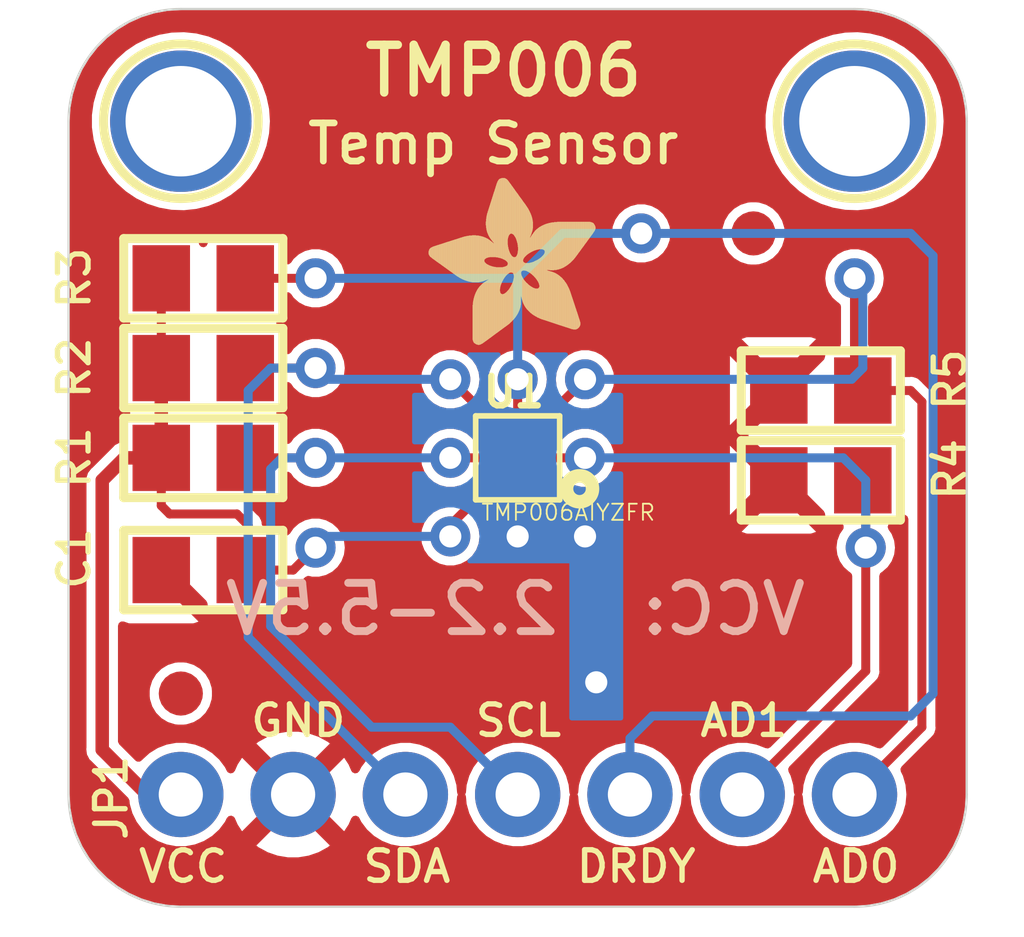
<source format=kicad_pcb>
(kicad_pcb (version 20221018) (generator pcbnew)
  (layers (0 "F.Cu" signal) (31 "B.Cu" signal) (34 "B.Paste" user) (35 "F.Paste" user) (36 "B.SilkS" user "B.Silkscreen") (37 "F.SilkS" user "F.Silkscreen") (38 "B.Mask" user) (39 "F.Mask" user) (44 "Edge.Cuts" user))
  (net 0 "")
  (net 1 "VCC")
  (net 2 "SCL")
  (net 3 "SDA")
  (net 4 "DRDY")
  (net 5 "ADDR0")
  (net 6 "ADDR1")
  (net 7 "GND")
  (footprint "working:WCSP-8" (layer "F.Cu") (at 148.5011 105.0036)
    (fp_text reference "U1" (at -0.85 -1.1) (layer "F.SilkS") (effects (font (size 0.666496 0.666496) (thickness 0.146304)) (justify left bottom)))
    (fp_text value "TMP006AIYZFR" (at -0.85 1.45) (layer "F.SilkS") (effects (font (size 0.36576 0.36576) (thickness 0.04064)) (justify left bottom)))
    (pad "A1" smd roundrect (at 0.5 0.5) (size 0.25 0.25) (layers "F.Cu" "F.Paste" "F.Mask") (roundrect_rratio 0.5) (net 7 "GND"))
    (pad "A2" smd roundrect (at 0 0.5) (size 0.25 0.25) (layers "F.Cu" "F.Paste" "F.Mask") (roundrect_rratio 0.5) (net 7 "GND"))
    (pad "A3" smd roundrect (at -0.5 0.5) (size 0.25 0.25) (layers "F.Cu" "F.Paste" "F.Mask") (roundrect_rratio 0.5) (net 1 "VCC"))
    (pad "B1" smd roundrect (at 0.5 0) (size 0.25 0.25) (layers "F.Cu" "F.Paste" "F.Mask") (roundrect_rratio 0.5) (net 6 "ADDR1"))
    (pad "B3" smd roundrect (at -0.5 0) (size 0.25 0.25) (layers "F.Cu" "F.Paste" "F.Mask") (roundrect_rratio 0.5) (net 2 "SCL"))
    (pad "C1" smd roundrect (at 0.5 -0.5) (size 0.25 0.25) (layers "F.Cu" "F.Paste" "F.Mask") (roundrect_rratio 0.5) (net 5 "ADDR0"))
    (pad "C2" smd roundrect (at 0 -0.5) (size 0.25 0.25) (layers "F.Cu" "F.Paste" "F.Mask") (roundrect_rratio 0.5) (net 4 "DRDY"))
    (pad "C3" smd roundrect (at -0.5 -0.5) (size 0.25 0.25) (layers "F.Cu" "F.Paste" "F.Mask") (roundrect_rratio 0.5) (net 3 "SDA"))
  )
  (footprint "working:1X07_ROUND_76" (layer "F.Cu") (at 148.5011 112.6236)
    (fp_text reference "JP1" (at -9.1948 1.0922 90) (layer "F.SilkS") (effects (font (size 0.692831 0.692831) (thickness 0.119969)) (justify left)))
    (fp_text value "")
    (pad "1" thru_hole circle (at -7.62 0 90) (size 1.9304 1.9304) (drill 1) (layers "*.Cu" "*.Mask") (net 1 "VCC"))
    (pad "2" thru_hole circle (at -5.08 0 90) (size 1.9304 1.9304) (drill 1) (layers "*.Cu" "*.Mask") (net 7 "GND"))
    (pad "3" thru_hole circle (at -2.54 0 90) (size 1.9304 1.9304) (drill 1) (layers "*.Cu" "*.Mask") (net 3 "SDA"))
    (pad "4" thru_hole circle (at 0 0 90) (size 1.9304 1.9304) (drill 1) (layers "*.Cu" "*.Mask") (net 2 "SCL"))
    (pad "5" thru_hole circle (at 2.54 0 90) (size 1.9304 1.9304) (drill 1) (layers "*.Cu" "*.Mask") (net 4 "DRDY"))
    (pad "6" thru_hole circle (at 5.08 0 90) (size 1.9304 1.9304) (drill 1) (layers "*.Cu" "*.Mask") (net 6 "ADDR1"))
    (pad "7" thru_hole circle (at 7.62 0 90) (size 1.9304 1.9304) (drill 1) (layers "*.Cu" "*.Mask") (net 5 "ADDR0"))
  )
  (footprint "working:ADAFRUIT_3.5MM" (layer "F.Cu") (at 150.2791 102.4636 90)
    (fp_text reference "U$9" hide)
    (fp_text value "" hide)
  )
  (footprint "working:0805" (layer "F.Cu") (at 155.3591 105.5116)
    (fp_text reference "R4" (at 2.921 0.508 90) (layer "F.SilkS") (effects (font (size 0.692831 0.692831) (thickness 0.119969)) (justify left)))
    (fp_text value "10K")
    (pad "1" smd rect (at -0.95 0) (size 1.3 1.5) (layers "F.Cu" "F.Paste" "F.Mask") (net 7 "GND"))
    (pad "2" smd rect (at 0.95 0) (size 1.3 1.5) (layers "F.Cu" "F.Paste" "F.Mask") (net 6 "ADDR1"))
  )
  (footprint "working:0805" (layer "F.Cu") (at 141.3891 102.9716 180)
    (fp_text reference "R2" (at 2.921 0.762 90) (layer "F.SilkS") (effects (font (size 0.692831 0.692831) (thickness 0.119969)) (justify right)))
    (fp_text value "10K")
    (pad "1" smd rect (at -0.95 0 180) (size 1.3 1.5) (layers "F.Cu" "F.Paste" "F.Mask") (net 3 "SDA"))
    (pad "2" smd rect (at 0.95 0 180) (size 1.3 1.5) (layers "F.Cu" "F.Paste" "F.Mask") (net 1 "VCC"))
  )
  (footprint "working:0805" (layer "F.Cu") (at 141.3891 100.9396 180)
    (fp_text reference "R3" (at 2.921 0.762 90) (layer "F.SilkS") (effects (font (size 0.692831 0.692831) (thickness 0.119969)) (justify right)))
    (fp_text value "10K")
    (pad "1" smd rect (at -0.95 0 180) (size 1.3 1.5) (layers "F.Cu" "F.Paste" "F.Mask") (net 4 "DRDY"))
    (pad "2" smd rect (at 0.95 0 180) (size 1.3 1.5) (layers "F.Cu" "F.Paste" "F.Mask") (net 1 "VCC"))
  )
  (footprint "working:0805" (layer "F.Cu") (at 155.3591 103.4796)
    (fp_text reference "R5" (at 2.921 0.508 90) (layer "F.SilkS") (effects (font (size 0.692831 0.692831) (thickness 0.119969)) (justify left)))
    (fp_text value "10K")
    (pad "1" smd rect (at -0.95 0) (size 1.3 1.5) (layers "F.Cu" "F.Paste" "F.Mask") (net 7 "GND"))
    (pad "2" smd rect (at 0.95 0) (size 1.3 1.5) (layers "F.Cu" "F.Paste" "F.Mask") (net 5 "ADDR0"))
  )
  (footprint "working:MOUNTINGHOLE_2.5_PLATED" (layer "F.Cu") (at 156.1211 97.3836)
    (fp_text reference "U$6" hide)
    (fp_text value "MOUNTINGHOLE2.5" hide)
    (pad "P$1" thru_hole circle (at 0 0) (size 3.2 3.2) (drill 2.5) (layers "*.Cu" "*.Mask"))
    (zone (net 0) (net_name "") (layer "F.Cu") (connect_pads (clearance 0)) (min_thickness 0.25)
      (keepout (tracks not_allowed) (vias not_allowed) (pads not_allowed) (copperpour not_allowed) (footprints allowed))
      (fill (thermal_gap 0.5) (thermal_bridge_width 0.5))
      (polygon (pts (xy 158.1371 97.3836) (xy 158.11748 97.103027) (xy 158.059004 96.827915) (xy 157.962808 96.563619) (xy 157.830765 96.315283) (xy 157.665446 96.08774) (xy 157.470067 95.88542) (xy 157.248433 95.71226) (xy 157.004856 95.571631) (xy 156.744078 95.46627) (xy 156.471175 95.398228) (xy 156.191457 95.368828) (xy 155.910371 95.378644) (xy 155.633385 95.427484) (xy 155.365893 95.514397) (xy 155.1131 95.637693) (xy 154.879926 95.79497) (xy 154.670911 95.983169) (xy 154.490122 96.198625) (xy 154.341078 96.437145) (xy 154.22668 96.694087) (xy 154.149154 96.96445) (xy 154.110011 97.242971) (xy 154.110011 97.524229) (xy 154.149154 97.80275) (xy 154.22668 98.073113) (xy 154.341078 98.330055) (xy 154.490122 98.568575) (xy 154.670911 98.784031) (xy 154.879926 98.97223) (xy 155.1131 99.129507) (xy 155.365893 99.252803) (xy 155.633385 99.339716) (xy 155.910371 99.388556) (xy 156.191457 99.398372) (xy 156.471175 99.368972) (xy 156.744078 99.30093) (xy 157.004856 99.195569) (xy 157.248433 99.05494) (xy 157.470067 98.88178) (xy 157.665446 98.67946) (xy 157.830765 98.451917) (xy 157.962808 98.203581) (xy 158.059004 97.939285) (xy 158.11748 97.664173)))
      (polygon (pts (xy 156.1051 97.3836) (xy 156.109786 97.394914) (xy 156.1211 97.3996) (xy 156.132414 97.394914) (xy 156.1371 97.3836) (xy 156.132414 97.372286) (xy 156.1211 97.3676) (xy 156.109786 97.372286)))
    )
    (zone (net 0) (net_name "") (layer "B.Cu") (connect_pads (clearance 0)) (min_thickness 0.25)
      (keepout (tracks not_allowed) (vias not_allowed) (pads not_allowed) (copperpour not_allowed) (footprints allowed))
      (fill (thermal_gap 0.5) (thermal_bridge_width 0.5))
      (polygon (pts (xy 158.1371 97.3836) (xy 158.11748 97.103027) (xy 158.059004 96.827915) (xy 157.962808 96.563619) (xy 157.830765 96.315283) (xy 157.665446 96.08774) (xy 157.470067 95.88542) (xy 157.248433 95.71226) (xy 157.004856 95.571631) (xy 156.744078 95.46627) (xy 156.471175 95.398228) (xy 156.191457 95.368828) (xy 155.910371 95.378644) (xy 155.633385 95.427484) (xy 155.365893 95.514397) (xy 155.1131 95.637693) (xy 154.879926 95.79497) (xy 154.670911 95.983169) (xy 154.490122 96.198625) (xy 154.341078 96.437145) (xy 154.22668 96.694087) (xy 154.149154 96.96445) (xy 154.110011 97.242971) (xy 154.110011 97.524229) (xy 154.149154 97.80275) (xy 154.22668 98.073113) (xy 154.341078 98.330055) (xy 154.490122 98.568575) (xy 154.670911 98.784031) (xy 154.879926 98.97223) (xy 155.1131 99.129507) (xy 155.365893 99.252803) (xy 155.633385 99.339716) (xy 155.910371 99.388556) (xy 156.191457 99.398372) (xy 156.471175 99.368972) (xy 156.744078 99.30093) (xy 157.004856 99.195569) (xy 157.248433 99.05494) (xy 157.470067 98.88178) (xy 157.665446 98.67946) (xy 157.830765 98.451917) (xy 157.962808 98.203581) (xy 158.059004 97.939285) (xy 158.11748 97.664173)))
      (polygon (pts (xy 156.1051 97.3836) (xy 156.109786 97.394914) (xy 156.1211 97.3996) (xy 156.132414 97.394914) (xy 156.1371 97.3836) (xy 156.132414 97.372286) (xy 156.1211 97.3676) (xy 156.109786 97.372286)))
    )
  )
  (footprint "working:0805" (layer "F.Cu") (at 141.3891 107.5436 180)
    (fp_text reference "C1" (at 2.921 1.016 90) (layer "F.SilkS") (effects (font (size 0.692831 0.692831) (thickness 0.119969)) (justify right)))
    (fp_text value "10uF")
    (pad "1" smd rect (at -0.95 0 180) (size 1.3 1.5) (layers "F.Cu" "F.Paste" "F.Mask") (net 1 "VCC"))
    (pad "2" smd rect (at 0.95 0 180) (size 1.3 1.5) (layers "F.Cu" "F.Paste" "F.Mask") (net 7 "GND"))
  )
  (footprint "working:FIDUCIAL_1MM" (layer "F.Cu") (at 153.8351 99.9236)
    (fp_text reference "FID2" hide)
    (fp_text value "FIDUCIAL\"\"" hide)
    (pad "1" smd roundrect (at 0 0) (size 1 1) (layers "F.Cu") (roundrect_rratio 0.5))
  )
  (footprint "working:FIDUCIAL_1MM" (layer "F.Cu") (at 140.8811 110.3376)
    (fp_text reference "FID1" hide)
    (fp_text value "FIDUCIAL\"\"" hide)
    (pad "1" smd roundrect (at 0 0) (size 1 1) (layers "F.Cu") (roundrect_rratio 0.5))
  )
  (footprint "working:0805" (layer "F.Cu") (at 141.3891 105.0036 180)
    (fp_text reference "R1" (at 2.921 0.762 90) (layer "F.SilkS") (effects (font (size 0.692831 0.692831) (thickness 0.119969)) (justify right)))
    (fp_text value "10K")
    (pad "1" smd rect (at -0.95 0 180) (size 1.3 1.5) (layers "F.Cu" "F.Paste" "F.Mask") (net 2 "SCL"))
    (pad "2" smd rect (at 0.95 0 180) (size 1.3 1.5) (layers "F.Cu" "F.Paste" "F.Mask") (net 1 "VCC"))
  )
  (footprint "working:MOUNTINGHOLE_2.5_PLATED" (layer "F.Cu") (at 140.8811 97.3836)
    (fp_text reference "U$7" hide)
    (fp_text value "MOUNTINGHOLE2.5" hide)
    (pad "P$1" thru_hole circle (at 0 0) (size 3.2 3.2) (drill 2.5) (layers "*.Cu" "*.Mask"))
    (zone (net 0) (net_name "") (layer "F.Cu") (connect_pads (clearance 0)) (min_thickness 0.25)
      (keepout (tracks not_allowed) (vias not_allowed) (pads not_allowed) (copperpour not_allowed) (footprints allowed))
      (fill (thermal_gap 0.5) (thermal_bridge_width 0.5))
      (polygon (pts (xy 142.8971 97.3836) (xy 142.87748 97.103027) (xy 142.819004 96.827915) (xy 142.722808 96.563619) (xy 142.590765 96.315283) (xy 142.425446 96.08774) (xy 142.230067 95.88542) (xy 142.008433 95.71226) (xy 141.764856 95.571631) (xy 141.504078 95.46627) (xy 141.231175 95.398228) (xy 140.951457 95.368828) (xy 140.670371 95.378644) (xy 140.393385 95.427484) (xy 140.125893 95.514397) (xy 139.8731 95.637693) (xy 139.639926 95.79497) (xy 139.430911 95.983169) (xy 139.250122 96.198625) (xy 139.101078 96.437145) (xy 138.98668 96.694087) (xy 138.909154 96.96445) (xy 138.870011 97.242971) (xy 138.870011 97.524229) (xy 138.909154 97.80275) (xy 138.98668 98.073113) (xy 139.101078 98.330055) (xy 139.250122 98.568575) (xy 139.430911 98.784031) (xy 139.639926 98.97223) (xy 139.8731 99.129507) (xy 140.125893 99.252803) (xy 140.393385 99.339716) (xy 140.670371 99.388556) (xy 140.951457 99.398372) (xy 141.231175 99.368972) (xy 141.504078 99.30093) (xy 141.764856 99.195569) (xy 142.008433 99.05494) (xy 142.230067 98.88178) (xy 142.425446 98.67946) (xy 142.590765 98.451917) (xy 142.722808 98.203581) (xy 142.819004 97.939285) (xy 142.87748 97.664173)))
      (polygon (pts (xy 140.8651 97.3836) (xy 140.869786 97.394914) (xy 140.8811 97.3996) (xy 140.892414 97.394914) (xy 140.8971 97.3836) (xy 140.892414 97.372286) (xy 140.8811 97.3676) (xy 140.869786 97.372286)))
    )
    (zone (net 0) (net_name "") (layer "B.Cu") (connect_pads (clearance 0)) (min_thickness 0.25)
      (keepout (tracks not_allowed) (vias not_allowed) (pads not_allowed) (copperpour not_allowed) (footprints allowed))
      (fill (thermal_gap 0.5) (thermal_bridge_width 0.5))
      (polygon (pts (xy 142.8971 97.3836) (xy 142.87748 97.103027) (xy 142.819004 96.827915) (xy 142.722808 96.563619) (xy 142.590765 96.315283) (xy 142.425446 96.08774) (xy 142.230067 95.88542) (xy 142.008433 95.71226) (xy 141.764856 95.571631) (xy 141.504078 95.46627) (xy 141.231175 95.398228) (xy 140.951457 95.368828) (xy 140.670371 95.378644) (xy 140.393385 95.427484) (xy 140.125893 95.514397) (xy 139.8731 95.637693) (xy 139.639926 95.79497) (xy 139.430911 95.983169) (xy 139.250122 96.198625) (xy 139.101078 96.437145) (xy 138.98668 96.694087) (xy 138.909154 96.96445) (xy 138.870011 97.242971) (xy 138.870011 97.524229) (xy 138.909154 97.80275) (xy 138.98668 98.073113) (xy 139.101078 98.330055) (xy 139.250122 98.568575) (xy 139.430911 98.784031) (xy 139.639926 98.97223) (xy 139.8731 99.129507) (xy 140.125893 99.252803) (xy 140.393385 99.339716) (xy 140.670371 99.388556) (xy 140.951457 99.398372) (xy 141.231175 99.368972) (xy 141.504078 99.30093) (xy 141.764856 99.195569) (xy 142.008433 99.05494) (xy 142.230067 98.88178) (xy 142.425446 98.67946) (xy 142.590765 98.451917) (xy 142.722808 98.203581) (xy 142.819004 97.939285) (xy 142.87748 97.664173)))
      (polygon (pts (xy 140.8651 97.3836) (xy 140.869786 97.394914) (xy 140.8811 97.3996) (xy 140.892414 97.394914) (xy 140.8971 97.3836) (xy 140.892414 97.372286) (xy 140.8811 97.3676) (xy 140.869786 97.372286)))
    )
  )
  (gr_arc (start 138.3411 97.3836) (mid 139.085049 95.587549) (end 140.8811 94.8436) (stroke (width 0.05)) (layer "Edge.Cuts"))
  (gr_line (start 158.6611 97.3836) (end 158.6611 112.6236) (stroke (width 0.05)) (layer "Edge.Cuts"))
  (gr_arc (start 156.1211 94.8436) (mid 157.917151 95.587549) (end 158.6611 97.3836) (stroke (width 0.05)) (layer "Edge.Cuts"))
  (gr_line (start 140.8811 94.8436) (end 156.1211 94.8436) (stroke (width 0.05)) (layer "Edge.Cuts"))
  (gr_line (start 156.1211 115.1636) (end 140.8811 115.1636) (stroke (width 0.05)) (layer "Edge.Cuts"))
  (gr_arc (start 140.8811 115.1636) (mid 139.085049 114.419651) (end 138.3411 112.6236) (stroke (width 0.05)) (layer "Edge.Cuts"))
  (gr_arc (start 158.6611 112.6236) (mid 157.917151 114.419651) (end 156.1211 115.1636) (stroke (width 0.05)) (layer "Edge.Cuts"))
  (gr_line (start 138.3411 112.6236) (end 138.3411 97.3836) (stroke (width 0.05)) (layer "Edge.Cuts"))
  (gr_text "VCC:" (at 155.1051 109.0676) (layer "B.SilkS") (effects (font (size 1.0922 1.0922) (thickness 0.1778)) (justify left bottom mirror)))
  (gr_text "2.2-5.5V" (at 149.5171 109.0676) (layer "B.SilkS") (effects (font (size 1.0922 1.0922) (thickness 0.1778)) (justify left bottom mirror)))
  (gr_text "SCL" (at 147.4851 111.3536) (layer "F.SilkS") (effects (font (size 0.69088 0.69088) (thickness 0.12192)) (justify left bottom)))
  (gr_text "SDA" (at 144.9451 114.6556) (layer "F.SilkS") (effects (font (size 0.69088 0.69088) (thickness 0.12192)) (justify left bottom)))
  (gr_text "VCC" (at 139.8651 114.6556) (layer "F.SilkS") (effects (font (size 0.69088 0.69088) (thickness 0.12192)) (justify left bottom)))
  (gr_text "AD0" (at 155.1051 114.6556) (layer "F.SilkS") (effects (font (size 0.69088 0.69088) (thickness 0.12192)) (justify left bottom)))
  (gr_text "AD1" (at 152.5651 111.3536) (layer "F.SilkS") (effects (font (size 0.69088 0.69088) (thickness 0.12192)) (justify left bottom)))
  (gr_text "DRDY" (at 149.7711 114.6556) (layer "F.SilkS") (effects (font (size 0.69088 0.69088) (thickness 0.12192)) (justify left bottom)))
  (gr_text "GND" (at 142.4051 111.3536) (layer "F.SilkS") (effects (font (size 0.69088 0.69088) (thickness 0.12192)) (justify left bottom)))
  (gr_text "Temp Sensor" (at 143.6751 98.3996) (layer "F.SilkS") (effects (font (size 0.8636 0.8636) (thickness 0.1524)) (justify left bottom)))
  (gr_text "TMP006" (at 144.9451 96.8756) (layer "F.SilkS") (effects (font (size 1.0795 1.0795) (thickness 0.1905)) (justify left bottom)))
  (segment (start 142.3391 107.5436) (end 143.4211 107.5436) (width 0.2032) (layer "F.Cu") (net 1))
  (segment (start 142.1511 106.2736) (end 142.4051 106.5276) (width 0.2032) (layer "F.Cu") (net 1))
  (segment (start 139.6111 105.0036) (end 140.4391 105.0036) (width 0.3048) (layer "F.Cu") (net 1))
  (segment (start 146.9771 106.5276) (end 146.9771 106.7816) (width 0.2032) (layer "F.Cu") (net 1))
  (segment (start 140.1191 112.6236) (end 140.8811 112.6236) (width 0.3048) (layer "F.Cu") (net 1))
  (segment (start 140.4391 105.0036) (end 140.4391 106.0856) (width 0.2032) (layer "F.Cu") (net 1))
  (segment (start 140.4391 102.9716) (end 140.4391 105.0036) (width 0.3048) (layer "F.Cu") (net 1))
  (segment (start 139.1031 111.6076) (end 139.1031 105.5116) (width 0.3048) (layer "F.Cu") (net 1))
  (segment (start 143.4211 107.5436) (end 143.9291 107.0356) (width 0.2032) (layer "F.Cu") (net 1))
  (segment (start 140.4391 100.9396) (end 140.4391 102.9716) (width 0.2032) (layer "F.Cu") (net 1))
  (segment (start 140.4391 106.0856) (end 140.6271 106.2736) (width 0.2032) (layer "F.Cu") (net 1))
  (segment (start 142.4051 107.4776) (end 142.3391 107.5436) (width 0.2032) (layer "F.Cu") (net 1))
  (segment (start 142.4051 106.5276) (end 142.4051 107.4776) (width 0.2032) (layer "F.Cu") (net 1))
  (segment (start 140.6271 106.2736) (end 142.1511 106.2736) (width 0.2032) (layer "F.Cu") (net 1))
  (segment (start 140.1191 112.6236) (end 139.1031 111.6076) (width 0.3048) (layer "F.Cu") (net 1))
  (segment (start 139.1031 105.5116) (end 139.6111 105.0036) (width 0.3048) (layer "F.Cu") (net 1))
  (segment (start 148.0011 105.5036) (end 146.9771 106.5276) (width 0.2032) (layer "F.Cu") (net 1))
  (via (at 146.9771 106.7816) (size 0.9064) (drill 0.5) (layers "F.Cu" "B.Cu") (net 1))
  (via (at 143.9291 107.0356) (size 0.9064) (drill 0.5) (layers "F.Cu" "B.Cu") (net 1))
  (segment (start 146.9771 106.7816) (end 144.1831 106.7816) (width 0.2032) (layer "B.Cu") (net 1))
  (segment (start 144.1831 106.7816) (end 143.9291 107.0356) (width 0.2032) (layer "B.Cu") (net 1))
  (segment (start 142.3391 105.0036) (end 143.9291 105.0036) (width 0.2032) (layer "F.Cu") (net 2))
  (segment (start 148.0011 105.0036) (end 146.9771 105.0036) (width 0.2032) (layer "F.Cu") (net 2))
  (via (at 143.9291 105.0036) (size 0.9064) (drill 0.5) (layers "F.Cu" "B.Cu") (net 2))
  (via (at 146.9771 105.0036) (size 0.9064) (drill 0.5) (layers "F.Cu" "B.Cu") (net 2))
  (segment (start 143.1671 105.0036) (end 142.9131 105.2576) (width 0.2032) (layer "B.Cu") (net 2))
  (segment (start 142.9131 105.2576) (end 142.9131 108.8136) (width 0.2032) (layer "B.Cu") (net 2))
  (segment (start 146.9771 111.0996) (end 148.5011 112.6236) (width 0.2032) (layer "B.Cu") (net 2))
  (segment (start 143.9291 105.0036) (end 143.1671 105.0036) (width 0.2032) (layer "B.Cu") (net 2))
  (segment (start 146.9771 105.0036) (end 143.9291 105.0036) (width 0.2032) (layer "B.Cu") (net 2))
  (segment (start 145.1991 111.0996) (end 146.9771 111.0996) (width 0.2032) (layer "B.Cu") (net 2))
  (segment (start 142.9131 108.8136) (end 145.1991 111.0996) (width 0.2032) (layer "B.Cu") (net 2))
  (segment (start 148.0011 104.2496) (end 146.9771 103.2256) (width 0.2032) (layer "F.Cu") (net 3))
  (segment (start 148.0011 104.5036) (end 148.0011 104.2496) (width 0.2032) (layer "F.Cu") (net 3))
  (segment (start 142.3391 102.9716) (end 143.9291 102.9716) (width 0.2032) (layer "F.Cu") (net 3))
  (via (at 143.9291 102.9716) (size 0.9064) (drill 0.5) (layers "F.Cu" "B.Cu") (net 3))
  (via (at 146.9771 103.2256) (size 0.9064) (drill 0.5) (layers "F.Cu" "B.Cu") (net 3))
  (segment (start 146.9771 103.2256) (end 144.1831 103.2256) (width 0.2032) (layer "B.Cu") (net 3))
  (segment (start 142.4051 109.0676) (end 145.9611 112.6236) (width 0.2032) (layer "B.Cu") (net 3))
  (segment (start 142.4051 103.4796) (end 142.4051 109.0676) (width 0.2032) (layer "B.Cu") (net 3))
  (segment (start 143.9291 102.9716) (end 142.9131 102.9716) (width 0.2032) (layer "B.Cu") (net 3))
  (segment (start 142.9131 102.9716) (end 142.4051 103.4796) (width 0.2032) (layer "B.Cu") (net 3))
  (segment (start 144.1831 103.2256) (end 143.9291 102.9716) (width 0.2032) (layer "B.Cu") (net 3))
  (segment (start 142.3391 100.9396) (end 143.9291 100.9396) (width 0.2032) (layer "F.Cu") (net 4))
  (segment (start 148.5011 104.5036) (end 148.5011 103.2256) (width 0.2032) (layer "F.Cu") (net 4))
  (via (at 143.9291 100.9396) (size 0.9064) (drill 0.5) (layers "F.Cu" "B.Cu") (net 4))
  (via (at 151.2951 99.9236) (size 0.9064) (drill 0.5) (layers "F.Cu" "B.Cu") (net 4))
  (via (at 148.5011 103.2256) (size 0.9064) (drill 0.5) (layers "F.Cu" "B.Cu") (net 4))
  (segment (start 157.3911 110.8456) (end 151.5491 110.8456) (width 0.2032) (layer "B.Cu") (net 4))
  (segment (start 148.5011 103.2256) (end 148.5011 100.9396) (width 0.2032) (layer "B.Cu") (net 4))
  (segment (start 151.0411 111.3536) (end 151.0411 112.6236) (width 0.2032) (layer "B.Cu") (net 4))
  (segment (start 157.8991 100.4316) (end 157.8991 110.3376) (width 0.2032) (layer "B.Cu") (net 4))
  (segment (start 143.9291 100.9396) (end 148.5011 100.9396) (width 0.2032) (layer "B.Cu") (net 4))
  (segment (start 148.5011 100.9396) (end 149.5171 99.9236) (width 0.2032) (layer "B.Cu") (net 4))
  (segment (start 149.5171 99.9236) (end 151.2951 99.9236) (width 0.2032) (layer "B.Cu") (net 4))
  (segment (start 157.8991 110.3376) (end 157.3911 110.8456) (width 0.2032) (layer "B.Cu") (net 4))
  (segment (start 151.2951 99.9236) (end 157.3911 99.9236) (width 0.2032) (layer "B.Cu") (net 4))
  (segment (start 157.3911 99.9236) (end 157.8991 100.4316) (width 0.2032) (layer "B.Cu") (net 4))
  (segment (start 151.5491 110.8456) (end 151.0411 111.3536) (width 0.2032) (layer "B.Cu") (net 4))
  (segment (start 149.0011 104.2496) (end 150.0251 103.2256) (width 0.2032) (layer "F.Cu") (net 5))
  (segment (start 157.3911 103.4796) (end 156.3091 103.4796) (width 0.2032) (layer "F.Cu") (net 5))
  (segment (start 157.6451 111.0996) (end 157.6451 103.7336) (width 0.2032) (layer "F.Cu") (net 5))
  (segment (start 149.0011 104.5036) (end 149.0011 104.2496) (width 0.2032) (layer "F.Cu") (net 5))
  (segment (start 156.1211 112.6236) (end 157.6451 111.0996) (width 0.2032) (layer "F.Cu") (net 5))
  (segment (start 156.1211 103.2916) (end 156.3091 103.4796) (width 0.2032) (layer "F.Cu") (net 5))
  (segment (start 157.6451 103.7336) (end 157.3911 103.4796) (width 0.2032) (layer "F.Cu") (net 5))
  (segment (start 156.1211 100.9396) (end 156.1211 103.2916) (width 0.2032) (layer "F.Cu") (net 5))
  (via (at 156.1211 100.9396) (size 0.9064) (drill 0.5) (layers "F.Cu" "B.Cu") (net 5))
  (via (at 150.0251 103.2256) (size 0.9064) (drill 0.5) (layers "F.Cu" "B.Cu") (net 5))
  (segment (start 156.0551 103.2256) (end 156.3091 102.9716) (width 0.2032) (layer "B.Cu") (net 5))
  (segment (start 156.3091 102.9716) (end 156.3091 101.1276) (width 0.2032) (layer "B.Cu") (net 5))
  (segment (start 150.0251 103.2256) (end 156.0551 103.2256) (width 0.2032) (layer "B.Cu") (net 5))
  (segment (start 156.3091 101.1276) (end 156.1211 100.9396) (width 0.2032) (layer "B.Cu") (net 5))
  (segment (start 156.3751 105.5776) (end 156.3091 105.5116) (width 0.2032) (layer "F.Cu") (net 6))
  (segment (start 156.3751 107.0356) (end 156.3751 105.5776) (width 0.2032) (layer "F.Cu") (net 6))
  (segment (start 156.3751 109.8296) (end 153.5811 112.6236) (width 0.2032) (layer "F.Cu") (net 6))
  (segment (start 156.3751 107.0356) (end 156.3751 109.8296) (width 0.2032) (layer "F.Cu") (net 6))
  (segment (start 149.0011 105.0036) (end 150.0251 105.0036) (width 0.2032) (layer "F.Cu") (net 6))
  (via (at 156.3751 107.0356) (size 0.9064) (drill 0.5) (layers "F.Cu" "B.Cu") (net 6))
  (via (at 150.0251 105.0036) (size 0.9064) (drill 0.5) (layers "F.Cu" "B.Cu") (net 6))
  (segment (start 150.0251 105.0036) (end 155.8671 105.0036) (width 0.2032) (layer "B.Cu") (net 6))
  (segment (start 156.3751 105.5116) (end 156.3751 107.0356) (width 0.2032) (layer "B.Cu") (net 6))
  (segment (start 155.8671 105.0036) (end 156.3751 105.5116) (width 0.2032) (layer "B.Cu") (net 6))
  (segment (start 148.5011 105.5036) (end 148.5011 106.7816) (width 0.2032) (layer "F.Cu") (net 7))
  (segment (start 149.0011 105.5036) (end 149.0011 106.2656) (width 0.2032) (layer "F.Cu") (net 7))
  (via (at 150.0251 106.7816) (size 0.9064) (drill 0.5) (layers "F.Cu" "B.Cu") (net 7))
  (via (at 148.5011 106.7816) (size 0.9064) (drill 0.5) (layers "F.Cu" "B.Cu") (net 7))
  (via (at 150.2791 110.0836) (size 0.9064) (drill 0.5) (layers "F.Cu" "B.Cu") (net 7))
  (segment (start 148.5011 106.7816) (end 148.5011 107.0356) (width 0.2032) (layer "B.Cu") (net 7))
  (zone (net 7) (net_name "GND") (layer "F.Cu") (priority 6) (connect_pads (clearance 0.000001)) (min_thickness 0.1016) (fill yes (thermal_gap 0.2532) (thermal_bridge_width 0.2532))
    (polygon (pts (xy 148.6789 105.401284) (xy 148.5011 105.579084) (xy 148.3233 105.401284) (xy 148.3233 104.8258) (xy 148.6789 104.8258)))
  )
  (zone (net 7) (net_name "GND") (layer "F.Cu") (priority 6) (connect_pads (clearance 0.2032)) (min_thickness 0.2032) (fill yes (thermal_gap 0.4564) (thermal_bridge_width 0.4564))
    (polygon (pts (xy 158.8643 115.3668) (xy 138.1379 115.3668) (xy 138.1379 94.6404) (xy 158.8643 94.6404)))
  )
  (zone (net 7) (net_name "GND") (layer "B.Cu") (priority 6) (connect_pads (clearance 0.2032)) (min_thickness 0.1016) (fill yes (thermal_gap 0.2532) (thermal_bridge_width 0.2532))
    (polygon (pts (xy 150.8887 110.9472) (xy 149.6695 110.9472) (xy 149.6695 107.3912) (xy 146.1135 107.3912) (xy 146.1135 102.616) (xy 150.8887 102.616)))
  )
)
</source>
